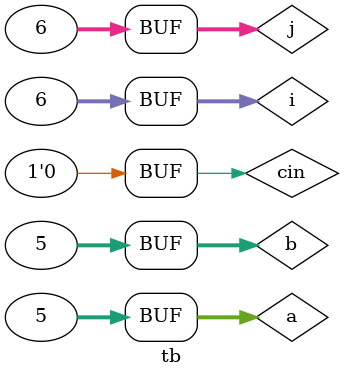
<source format=v>
`timescale 10ns/100ps


module tb();
	
	reg [31:0] a, b;
	reg cin;
	wire [31:0] s;
	wire cout;
	integer i, j;
	
	RCA32 test(s, cout, a, b, cin);
	
	initial begin
	
	a = 0; b = 0; cin = 0; #10;

		
	for(i = 0; i < 2; i = i + 1)
	begin
		for(j = 0; j < 2; j = j + 1)
		begin
			a = i; b = j; #10;
		end
	end
	
	#50;
	
	for(i = 0; i < 6; i = i + 1)
	begin
		for(j = 0;j < 6; j= j + 1)
		begin
			a = i; b = j; #10;
		end
	end

	
	end
	
endmodule
</source>
